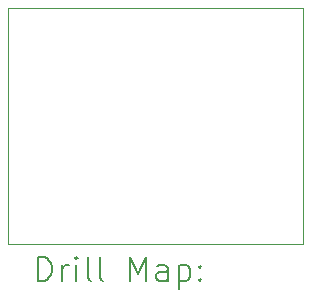
<source format=gbr>
%TF.GenerationSoftware,KiCad,Pcbnew,8.0.7*%
%TF.CreationDate,2025-01-24T00:56:13+09:00*%
%TF.ProjectId,ch340_silial_release,63683334-305f-4736-996c-69616c5f7265,rev?*%
%TF.SameCoordinates,Original*%
%TF.FileFunction,Drillmap*%
%TF.FilePolarity,Positive*%
%FSLAX45Y45*%
G04 Gerber Fmt 4.5, Leading zero omitted, Abs format (unit mm)*
G04 Created by KiCad (PCBNEW 8.0.7) date 2025-01-24 00:56:13*
%MOMM*%
%LPD*%
G01*
G04 APERTURE LIST*
%ADD10C,0.050000*%
%ADD11C,0.200000*%
G04 APERTURE END LIST*
D10*
X12677500Y-7000000D02*
X10177500Y-7000000D01*
X10177500Y-7000000D02*
X10177500Y-5001000D01*
X12677500Y-5000000D02*
X12677500Y-7000000D01*
X10177500Y-5000500D02*
X12677500Y-5000500D01*
D11*
X10435777Y-7313984D02*
X10435777Y-7113984D01*
X10435777Y-7113984D02*
X10483396Y-7113984D01*
X10483396Y-7113984D02*
X10511967Y-7123508D01*
X10511967Y-7123508D02*
X10531015Y-7142555D01*
X10531015Y-7142555D02*
X10540539Y-7161603D01*
X10540539Y-7161603D02*
X10550063Y-7199698D01*
X10550063Y-7199698D02*
X10550063Y-7228269D01*
X10550063Y-7228269D02*
X10540539Y-7266365D01*
X10540539Y-7266365D02*
X10531015Y-7285412D01*
X10531015Y-7285412D02*
X10511967Y-7304460D01*
X10511967Y-7304460D02*
X10483396Y-7313984D01*
X10483396Y-7313984D02*
X10435777Y-7313984D01*
X10635777Y-7313984D02*
X10635777Y-7180650D01*
X10635777Y-7218746D02*
X10645301Y-7199698D01*
X10645301Y-7199698D02*
X10654824Y-7190174D01*
X10654824Y-7190174D02*
X10673872Y-7180650D01*
X10673872Y-7180650D02*
X10692920Y-7180650D01*
X10759586Y-7313984D02*
X10759586Y-7180650D01*
X10759586Y-7113984D02*
X10750063Y-7123508D01*
X10750063Y-7123508D02*
X10759586Y-7133031D01*
X10759586Y-7133031D02*
X10769110Y-7123508D01*
X10769110Y-7123508D02*
X10759586Y-7113984D01*
X10759586Y-7113984D02*
X10759586Y-7133031D01*
X10883396Y-7313984D02*
X10864348Y-7304460D01*
X10864348Y-7304460D02*
X10854824Y-7285412D01*
X10854824Y-7285412D02*
X10854824Y-7113984D01*
X10988158Y-7313984D02*
X10969110Y-7304460D01*
X10969110Y-7304460D02*
X10959586Y-7285412D01*
X10959586Y-7285412D02*
X10959586Y-7113984D01*
X11216729Y-7313984D02*
X11216729Y-7113984D01*
X11216729Y-7113984D02*
X11283396Y-7256841D01*
X11283396Y-7256841D02*
X11350062Y-7113984D01*
X11350062Y-7113984D02*
X11350062Y-7313984D01*
X11531015Y-7313984D02*
X11531015Y-7209222D01*
X11531015Y-7209222D02*
X11521491Y-7190174D01*
X11521491Y-7190174D02*
X11502443Y-7180650D01*
X11502443Y-7180650D02*
X11464348Y-7180650D01*
X11464348Y-7180650D02*
X11445301Y-7190174D01*
X11531015Y-7304460D02*
X11511967Y-7313984D01*
X11511967Y-7313984D02*
X11464348Y-7313984D01*
X11464348Y-7313984D02*
X11445301Y-7304460D01*
X11445301Y-7304460D02*
X11435777Y-7285412D01*
X11435777Y-7285412D02*
X11435777Y-7266365D01*
X11435777Y-7266365D02*
X11445301Y-7247317D01*
X11445301Y-7247317D02*
X11464348Y-7237793D01*
X11464348Y-7237793D02*
X11511967Y-7237793D01*
X11511967Y-7237793D02*
X11531015Y-7228269D01*
X11626253Y-7180650D02*
X11626253Y-7380650D01*
X11626253Y-7190174D02*
X11645301Y-7180650D01*
X11645301Y-7180650D02*
X11683396Y-7180650D01*
X11683396Y-7180650D02*
X11702443Y-7190174D01*
X11702443Y-7190174D02*
X11711967Y-7199698D01*
X11711967Y-7199698D02*
X11721491Y-7218746D01*
X11721491Y-7218746D02*
X11721491Y-7275888D01*
X11721491Y-7275888D02*
X11711967Y-7294936D01*
X11711967Y-7294936D02*
X11702443Y-7304460D01*
X11702443Y-7304460D02*
X11683396Y-7313984D01*
X11683396Y-7313984D02*
X11645301Y-7313984D01*
X11645301Y-7313984D02*
X11626253Y-7304460D01*
X11807205Y-7294936D02*
X11816729Y-7304460D01*
X11816729Y-7304460D02*
X11807205Y-7313984D01*
X11807205Y-7313984D02*
X11797682Y-7304460D01*
X11797682Y-7304460D02*
X11807205Y-7294936D01*
X11807205Y-7294936D02*
X11807205Y-7313984D01*
X11807205Y-7190174D02*
X11816729Y-7199698D01*
X11816729Y-7199698D02*
X11807205Y-7209222D01*
X11807205Y-7209222D02*
X11797682Y-7199698D01*
X11797682Y-7199698D02*
X11807205Y-7190174D01*
X11807205Y-7190174D02*
X11807205Y-7209222D01*
M02*

</source>
